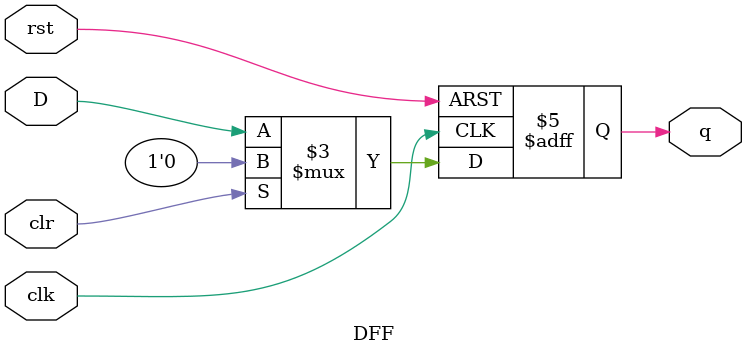
<source format=v>
`timescale 1ns / 1ps



module DFF(
    input wire D, 
    input wire clk,
    input wire rst,
    input wire clr,
    output reg q
    );
    
    always @(posedge clk or posedge rst) begin
        if(rst) begin 
            q <= 1'b0;
        end else if(clr) begin
            q <= 1'b0;   //CPU clears the flag, indicating it has consumed the data
        end else begin 
            q <= D;
        end
    end
  
endmodule

</source>
